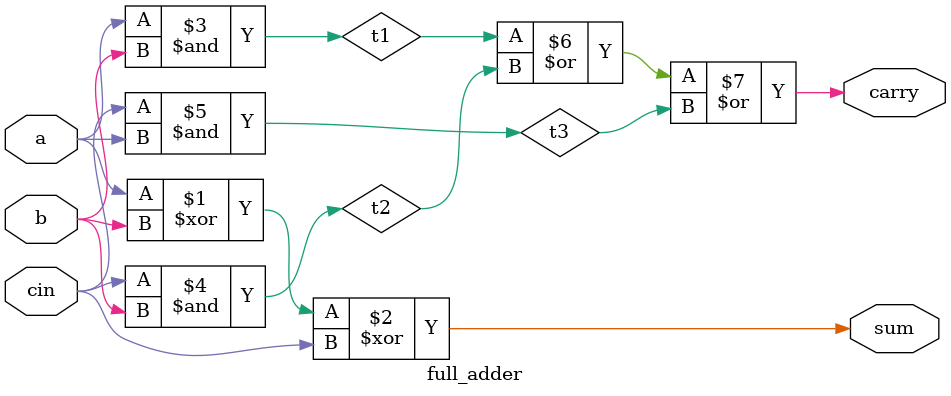
<source format=v>
`timescale 1ns / 1ps

module full_adder(
    input a,b,cin,
    output sum,carry
    );
    wire t1,t2,t3;
    
    xor x1(sum,a,b,cin);
    and a1(t1,a,b);
    and a2(t2,cin,b);
    and a3(t3,cin,a);
    or o1(carry,t1,t2,t3);
    
endmodule

</source>
